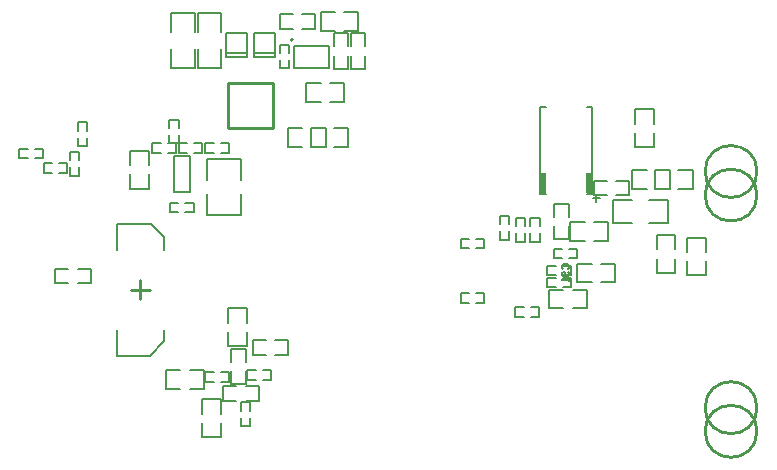
<source format=gbo>
G04 Layer_Color=12566272*
%FSLAX44Y44*%
%MOMM*%
G71*
G01*
G75*
%ADD57C,0.1500*%
%ADD63C,0.2000*%
%ADD99C,0.2540*%
%ADD102R,0.5000X1.7500*%
%ADD103R,0.5000X1.8000*%
D57*
X568500Y380500D02*
X584500D01*
X568500Y412500D02*
X584500D01*
Y380500D02*
Y392500D01*
Y400500D02*
Y412500D01*
X568500Y380500D02*
Y392500D01*
Y400500D02*
Y412500D01*
X628500Y272000D02*
Y284000D01*
Y292000D02*
Y304000D01*
X612500Y272000D02*
Y284000D01*
Y292000D02*
Y304000D01*
Y272000D02*
X628500D01*
X612500Y304000D02*
X628500D01*
X218000Y135000D02*
Y147000D01*
Y155000D02*
Y167000D01*
X202000Y135000D02*
Y147000D01*
Y155000D02*
Y167000D01*
Y135000D02*
X218000D01*
X202000Y167000D02*
X218000D01*
X224000Y232000D02*
Y244000D01*
Y212000D02*
Y224000D01*
X240000Y232000D02*
Y244000D01*
Y212000D02*
Y224000D01*
X224000Y244000D02*
X240000D01*
X224000Y212000D02*
X240000D01*
X260500Y183500D02*
Y191500D01*
X240500Y183500D02*
Y191500D01*
X253500D02*
X260500D01*
X240500D02*
X247500D01*
X253500Y183500D02*
X260500D01*
X240500D02*
X247500D01*
X235000Y144500D02*
X243000D01*
X235000Y164500D02*
X243000D01*
Y144500D02*
Y151500D01*
Y157500D02*
Y164500D01*
X235000Y144500D02*
Y151500D01*
Y157500D02*
Y164500D01*
X225000Y182000D02*
Y190000D01*
X205000Y182000D02*
Y190000D01*
X218000D02*
X225000D01*
X205000D02*
X212000D01*
X218000Y182000D02*
X225000D01*
X205000D02*
X212000D01*
X171750Y175500D02*
X183750D01*
X191750D02*
X203750D01*
X171750Y191500D02*
X183750D01*
X191750D02*
X203750D01*
X171750Y175500D02*
Y191500D01*
X203750Y175500D02*
Y191500D01*
X245000Y205000D02*
X256000D01*
X264000D02*
X275000D01*
X245000Y217000D02*
X256000D01*
X264000D02*
X275000D01*
X245000Y205000D02*
Y217000D01*
X275000Y205000D02*
Y217000D01*
X585500Y345500D02*
Y361500D01*
X617500Y345500D02*
Y361500D01*
X585500Y345500D02*
X597500D01*
X605500D02*
X617500D01*
X585500Y361500D02*
X597500D01*
X605500D02*
X617500D01*
X276000Y447500D02*
Y454500D01*
Y460500D02*
Y467500D01*
X268000Y447500D02*
Y454500D01*
Y460500D02*
Y467500D01*
Y447500D02*
X276000D01*
X268000Y467500D02*
X276000D01*
X196000Y448000D02*
Y464000D01*
Y478000D02*
Y494000D01*
X176000Y448000D02*
Y464000D01*
Y478000D02*
Y494000D01*
Y448000D02*
X196000D01*
X176000Y494000D02*
X196000D01*
X302500Y479000D02*
Y495000D01*
X334500Y479000D02*
Y495000D01*
X302500Y479000D02*
X314500D01*
X322500D02*
X334500D01*
X302500Y495000D02*
X314500D01*
X322500D02*
X334500D01*
X198500Y478000D02*
Y494000D01*
Y448000D02*
Y464000D01*
X218500Y478000D02*
Y494000D01*
Y448000D02*
Y464000D01*
X198500Y494000D02*
X218500D01*
X198500Y448000D02*
X218500D01*
X264000Y456500D02*
Y477500D01*
X246000D02*
X264000D01*
X246000Y456500D02*
Y477500D01*
Y456500D02*
X264000D01*
X246000Y460500D02*
X264000D01*
X240500Y456500D02*
Y477500D01*
X222500D02*
X240500D01*
X222500Y456500D02*
Y477500D01*
Y456500D02*
X240500D01*
X222500Y460500D02*
X240500D01*
X298000Y481000D02*
Y493000D01*
X268000Y481000D02*
Y493000D01*
X287000D02*
X298000D01*
X268000D02*
X279000D01*
X287000Y481000D02*
X298000D01*
X268000D02*
X279000D01*
X290500Y419000D02*
Y435000D01*
X322500Y419000D02*
Y435000D01*
X290500Y419000D02*
X302500D01*
X310500D02*
X322500D01*
X290500Y435000D02*
X302500D01*
X310500D02*
X322500D01*
X516000Y260000D02*
X528000D01*
X496000D02*
X508000D01*
X516000Y244000D02*
X528000D01*
X496000D02*
X508000D01*
X528000D02*
Y260000D01*
X496000Y244000D02*
Y260000D01*
X534000Y340000D02*
X545000D01*
X553000D02*
X564000D01*
X534000Y352000D02*
X545000D01*
X553000D02*
X564000D01*
X534000Y340000D02*
Y352000D01*
X564000Y340000D02*
Y352000D01*
X175000Y325500D02*
Y333500D01*
X195000Y325500D02*
Y333500D01*
X175000Y325500D02*
X182000D01*
X188000D02*
X195000D01*
X175000Y333500D02*
X182000D01*
X188000D02*
X195000D01*
X68000Y359000D02*
Y367000D01*
X88000Y359000D02*
Y367000D01*
X68000Y359000D02*
X75000D01*
X81000D02*
X88000D01*
X68000Y367000D02*
X75000D01*
X81000D02*
X88000D01*
X598500Y345500D02*
Y361500D01*
X566500Y345500D02*
Y361500D01*
X586500D02*
X598500D01*
X566500D02*
X578500D01*
X586500Y345500D02*
X598500D01*
X566500D02*
X578500D01*
X467750Y300500D02*
X475750D01*
X467750Y320500D02*
X475750D01*
Y300500D02*
Y307500D01*
Y313500D02*
Y320500D01*
X467750Y300500D02*
Y307500D01*
Y313500D02*
Y320500D01*
X494500Y272000D02*
Y280000D01*
X514500Y272000D02*
Y280000D01*
X494500Y272000D02*
X501500D01*
X507500D02*
X514500D01*
X494500Y280000D02*
X501500D01*
X507500D02*
X514500D01*
X580500Y336000D02*
X596500D01*
X550500D02*
X566500D01*
X580500Y316000D02*
X596500D01*
X550500D02*
X566500D01*
X596500D02*
Y336000D01*
X550500Y316000D02*
Y336000D01*
X105000Y381500D02*
Y388500D01*
Y394500D02*
Y401500D01*
X97000Y381500D02*
Y388500D01*
Y394500D02*
Y401500D01*
Y381500D02*
X105000D01*
X97000Y401500D02*
X105000D01*
X182250Y376000D02*
X189250D01*
X195250D02*
X202250D01*
X182250Y384000D02*
X189250D01*
X195250D02*
X202250D01*
X182250Y376000D02*
Y384000D01*
X202250Y376000D02*
Y384000D01*
X174500Y404000D02*
X182500D01*
X174500Y384000D02*
X182500D01*
X174500Y397000D02*
Y404000D01*
Y384000D02*
Y391000D01*
X182500Y397000D02*
Y404000D01*
Y384000D02*
Y391000D01*
X227000Y199000D02*
Y210000D01*
Y180000D02*
Y191000D01*
X239000Y199000D02*
Y210000D01*
Y180000D02*
Y191000D01*
X227000Y210000D02*
X239000D01*
X227000Y180000D02*
X239000D01*
X225000Y376000D02*
Y384000D01*
X205000Y376000D02*
Y384000D01*
X218000D02*
X225000D01*
X205000D02*
X212000D01*
X218000Y376000D02*
X225000D01*
X205000D02*
X212000D01*
X513000Y294750D02*
X520000D01*
X500000D02*
X507000D01*
X513000Y286750D02*
X520000D01*
X500000D02*
X507000D01*
X520000D02*
Y294750D01*
X500000Y286750D02*
Y294750D01*
X441000Y248750D02*
Y256750D01*
X421000Y248750D02*
Y256750D01*
X434000D02*
X441000D01*
X421000D02*
X428000D01*
X434000Y248750D02*
X441000D01*
X421000D02*
X428000D01*
X421000Y295250D02*
X428000D01*
X434000D02*
X441000D01*
X421000Y303250D02*
X428000D01*
X434000D02*
X441000D01*
X421000Y295250D02*
Y303250D01*
X441000Y295250D02*
Y303250D01*
X494500Y262000D02*
Y270000D01*
X514500Y262000D02*
Y270000D01*
X494500Y262000D02*
X501500D01*
X507500D02*
X514500D01*
X494500Y270000D02*
X501500D01*
X507500D02*
X514500D01*
X467500Y237000D02*
Y245000D01*
X487500Y237000D02*
Y245000D01*
X467500Y237000D02*
X474500D01*
X480500D02*
X487500D01*
X467500Y245000D02*
X474500D01*
X480500D02*
X487500D01*
X90000Y356500D02*
X98000D01*
X90000Y376500D02*
X98000D01*
Y356500D02*
Y363500D01*
Y369500D02*
Y376500D01*
X90000Y356500D02*
Y363500D01*
Y369500D02*
Y376500D01*
X47500Y371000D02*
Y379000D01*
X67500Y371000D02*
Y379000D01*
X47500Y371000D02*
X54500D01*
X60500D02*
X67500D01*
X47500Y379000D02*
X54500D01*
X60500D02*
X67500D01*
X454000Y302250D02*
X462000D01*
X454000Y322250D02*
X462000D01*
Y302250D02*
Y309250D01*
Y315250D02*
Y322250D01*
X454000Y302250D02*
Y309250D01*
Y315250D02*
Y322250D01*
X141000Y365500D02*
Y377500D01*
Y345500D02*
Y357500D01*
X157000Y365500D02*
Y377500D01*
Y345500D02*
Y357500D01*
X141000Y377500D02*
X157000D01*
X141000Y345500D02*
X157000D01*
X180000Y376000D02*
Y384000D01*
X160000Y376000D02*
Y384000D01*
X173000D02*
X180000D01*
X160000D02*
X167000D01*
X173000Y376000D02*
X180000D01*
X160000D02*
X167000D01*
X480000Y320500D02*
X488000D01*
X480000Y300500D02*
X488000D01*
X480000Y313500D02*
Y320500D01*
Y300500D02*
Y307500D01*
X488000Y313500D02*
Y320500D01*
Y300500D02*
Y307500D01*
X534000Y317500D02*
X546000D01*
X514000D02*
X526000D01*
X534000Y301500D02*
X546000D01*
X514000D02*
X526000D01*
X546000D02*
Y317500D01*
X514000Y301500D02*
Y317500D01*
X512500Y302500D02*
Y313500D01*
Y321500D02*
Y332500D01*
X500500Y302500D02*
Y313500D01*
Y321500D02*
Y332500D01*
Y302500D02*
X512500D01*
X500500Y332500D02*
X512500D01*
X206000Y323500D02*
X235500D01*
X206000D02*
Y341000D01*
X235500Y323500D02*
X235510Y341000D01*
X205990Y353000D02*
X206000Y370500D01*
X235500Y353000D02*
Y370500D01*
X206000D02*
X235500D01*
X220000Y166000D02*
Y178000D01*
X250000Y166000D02*
Y178000D01*
X220000Y166000D02*
X231000D01*
X239000D02*
X250000D01*
X220000Y178000D02*
X231000D01*
X239000D02*
X250000D01*
X587000Y294000D02*
Y306000D01*
Y274000D02*
Y286000D01*
X603000Y294000D02*
Y306000D01*
Y274000D02*
Y286000D01*
X587000Y306000D02*
X603000D01*
X587000Y274000D02*
X603000D01*
X97000Y277500D02*
X108000D01*
X78000D02*
X89000D01*
X97000Y265500D02*
X108000D01*
X78000D02*
X89000D01*
X108000D02*
Y277500D01*
X78000Y265500D02*
Y277500D01*
X328500Y466000D02*
Y477000D01*
Y447000D02*
Y458000D01*
X340500Y466000D02*
Y477000D01*
Y447000D02*
Y458000D01*
X328500Y477000D02*
X340500D01*
X328500Y447000D02*
X340500D01*
X314000Y466000D02*
Y477000D01*
Y447000D02*
Y458000D01*
X326000Y466000D02*
Y477000D01*
Y447000D02*
Y458000D01*
X314000Y477000D02*
X326000D01*
X314000Y447000D02*
X326000D01*
X540000Y282000D02*
X552000D01*
X520000D02*
X532000D01*
X540000Y266000D02*
X552000D01*
X520000D02*
X532000D01*
X552000D02*
Y282000D01*
X520000Y266000D02*
Y282000D01*
X295000Y396500D02*
X307000D01*
X275000D02*
X287000D01*
X295000Y380500D02*
X307000D01*
X275000D02*
X287000D01*
X307000D02*
Y396500D01*
X275000Y380500D02*
Y396500D01*
X314000D02*
X326000D01*
X294000D02*
X306000D01*
X314000Y380500D02*
X326000D01*
X294000D02*
X306000D01*
X326000D02*
Y396500D01*
X294000Y380500D02*
Y396500D01*
X507761Y277240D02*
X506761Y278240D01*
Y280239D01*
X507761Y281239D01*
X511759D01*
X512759Y280239D01*
Y278240D01*
X511759Y277240D01*
Y275241D02*
X512759Y274241D01*
Y272242D01*
X511759Y271242D01*
X507761D01*
X506761Y272242D01*
Y274241D01*
X507761Y275241D01*
X508760D01*
X509760Y274241D01*
Y271242D01*
X512759Y269243D02*
Y267243D01*
Y268243D01*
X506761D01*
X507761Y269243D01*
D63*
X279000Y471500D02*
G03*
X279000Y471500I-1000J0D01*
G01*
X533000Y337500D02*
X539000Y337500D01*
X536000Y334500D02*
Y340500D01*
X528000Y415000D02*
X532500D01*
X488500D02*
X493000D01*
X528000Y341000D02*
X532500D01*
X488500D02*
X493000D01*
X532500D02*
Y415000D01*
X488500Y341000D02*
Y415000D01*
X280000Y447500D02*
Y466500D01*
X310000D01*
Y447500D02*
Y466500D01*
X280000Y447500D02*
X310000D01*
X191558Y342420D02*
Y372900D01*
X178350D02*
X191558D01*
X178350Y342420D02*
Y372900D01*
Y342420D02*
X191558D01*
X130000Y204125D02*
Y226125D01*
Y204125D02*
X158000D01*
X170000Y216125D02*
Y226125D01*
X158000Y204125D02*
X170000Y216125D01*
X159000Y315875D02*
X170000Y304875D01*
Y293875D02*
Y304875D01*
X130000Y315875D02*
X159000D01*
X130000Y293875D02*
Y315875D01*
D99*
X672000Y360000D02*
G03*
X672000Y360000I-22000J0D01*
G01*
X672000Y340000D02*
G03*
X672000Y340000I-22000J0D01*
G01*
Y160000D02*
G03*
X672000Y160000I-22000J0D01*
G01*
X672000Y140000D02*
G03*
X672000Y140000I-22000J0D01*
G01*
X142000Y260000D02*
X158000D01*
X150000Y252000D02*
Y268000D01*
X224000Y397000D02*
X262000D01*
X224000D02*
Y435000D01*
X262000D01*
Y397000D02*
Y435000D01*
D102*
X491000Y350250D02*
D03*
D103*
X530000Y350000D02*
D03*
M02*

</source>
